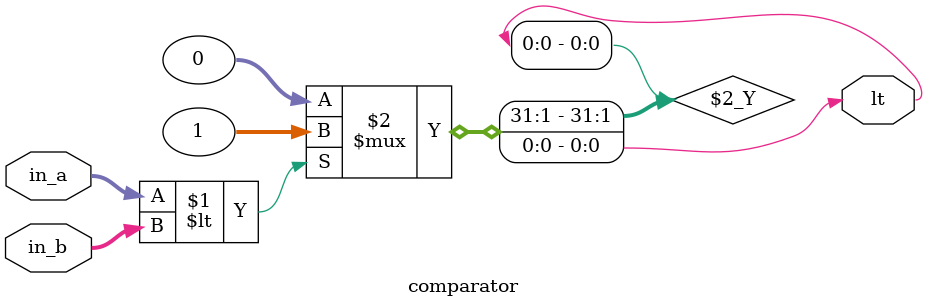
<source format=v>
`timescale 1ns / 1ps

module comparator(
    input [3:0] in_a, in_b,
    output lt
    );

assign lt = (in_a<in_b) ? 1 : 0;

endmodule

</source>
